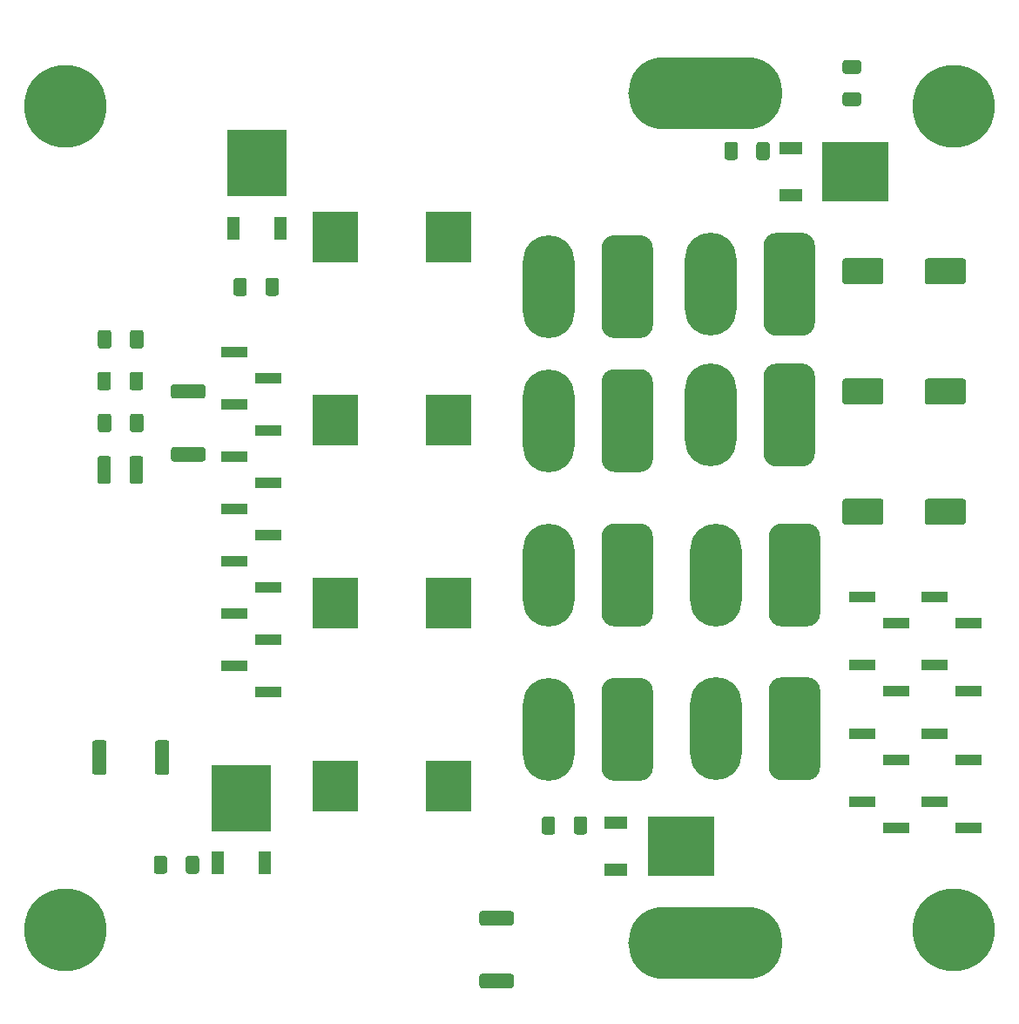
<source format=gbr>
%TF.GenerationSoftware,KiCad,Pcbnew,5.1.10*%
%TF.CreationDate,2021-09-10T11:18:34+02:00*%
%TF.ProjectId,PeltierSwitchingMainBoard,50656c74-6965-4725-9377-69746368696e,rev?*%
%TF.SameCoordinates,Original*%
%TF.FileFunction,Soldermask,Top*%
%TF.FilePolarity,Negative*%
%FSLAX46Y46*%
G04 Gerber Fmt 4.6, Leading zero omitted, Abs format (unit mm)*
G04 Created by KiCad (PCBNEW 5.1.10) date 2021-09-10 11:18:34*
%MOMM*%
%LPD*%
G01*
G04 APERTURE LIST*
%ADD10R,2.510000X1.000000*%
%ADD11C,8.000000*%
%ADD12C,4.400000*%
%ADD13R,6.400000X5.800000*%
%ADD14R,2.200000X1.200000*%
%ADD15R,5.800000X6.400000*%
%ADD16R,1.200000X2.200000*%
%ADD17R,4.500000X5.000000*%
%ADD18O,5.000000X10.000000*%
%ADD19O,15.000000X7.000000*%
G04 APERTURE END LIST*
D10*
%TO.C,J19*%
X247146000Y-117094000D03*
X243836000Y-114554000D03*
%TD*%
%TO.C,J18*%
X254131000Y-117094000D03*
X250821000Y-114554000D03*
%TD*%
%TO.C,J17*%
X254131000Y-110447666D03*
X250821000Y-107907666D03*
%TD*%
%TO.C,J16*%
X254131000Y-103801333D03*
X250821000Y-101261333D03*
%TD*%
%TO.C,J15*%
X247146000Y-110447666D03*
X243836000Y-107907666D03*
%TD*%
%TO.C,J14*%
X247146000Y-103801333D03*
X243836000Y-101261333D03*
%TD*%
%TO.C,J13*%
X254131000Y-97155000D03*
X250821000Y-94615000D03*
%TD*%
%TO.C,J12*%
X247146000Y-97155000D03*
X243836000Y-94615000D03*
%TD*%
%TO.C,C4*%
G36*
G01*
X249904000Y-63992000D02*
X249904000Y-61992000D01*
G75*
G02*
X250154000Y-61742000I250000J0D01*
G01*
X253654000Y-61742000D01*
G75*
G02*
X253904000Y-61992000I0J-250000D01*
G01*
X253904000Y-63992000D01*
G75*
G02*
X253654000Y-64242000I-250000J0D01*
G01*
X250154000Y-64242000D01*
G75*
G02*
X249904000Y-63992000I0J250000D01*
G01*
G37*
G36*
G01*
X241904000Y-63992000D02*
X241904000Y-61992000D01*
G75*
G02*
X242154000Y-61742000I250000J0D01*
G01*
X245654000Y-61742000D01*
G75*
G02*
X245904000Y-61992000I0J-250000D01*
G01*
X245904000Y-63992000D01*
G75*
G02*
X245654000Y-64242000I-250000J0D01*
G01*
X242154000Y-64242000D01*
G75*
G02*
X241904000Y-63992000I0J250000D01*
G01*
G37*
%TD*%
%TO.C,C5*%
G36*
G01*
X249904000Y-75676000D02*
X249904000Y-73676000D01*
G75*
G02*
X250154000Y-73426000I250000J0D01*
G01*
X253654000Y-73426000D01*
G75*
G02*
X253904000Y-73676000I0J-250000D01*
G01*
X253904000Y-75676000D01*
G75*
G02*
X253654000Y-75926000I-250000J0D01*
G01*
X250154000Y-75926000D01*
G75*
G02*
X249904000Y-75676000I0J250000D01*
G01*
G37*
G36*
G01*
X241904000Y-75676000D02*
X241904000Y-73676000D01*
G75*
G02*
X242154000Y-73426000I250000J0D01*
G01*
X245654000Y-73426000D01*
G75*
G02*
X245904000Y-73676000I0J-250000D01*
G01*
X245904000Y-75676000D01*
G75*
G02*
X245654000Y-75926000I-250000J0D01*
G01*
X242154000Y-75926000D01*
G75*
G02*
X241904000Y-75676000I0J250000D01*
G01*
G37*
%TD*%
%TO.C,C3*%
G36*
G01*
X249904000Y-87360000D02*
X249904000Y-85360000D01*
G75*
G02*
X250154000Y-85110000I250000J0D01*
G01*
X253654000Y-85110000D01*
G75*
G02*
X253904000Y-85360000I0J-250000D01*
G01*
X253904000Y-87360000D01*
G75*
G02*
X253654000Y-87610000I-250000J0D01*
G01*
X250154000Y-87610000D01*
G75*
G02*
X249904000Y-87360000I0J250000D01*
G01*
G37*
G36*
G01*
X241904000Y-87360000D02*
X241904000Y-85360000D01*
G75*
G02*
X242154000Y-85110000I250000J0D01*
G01*
X245654000Y-85110000D01*
G75*
G02*
X245904000Y-85360000I0J-250000D01*
G01*
X245904000Y-87360000D01*
G75*
G02*
X245654000Y-87610000I-250000J0D01*
G01*
X242154000Y-87610000D01*
G75*
G02*
X241904000Y-87360000I0J250000D01*
G01*
G37*
%TD*%
%TO.C,R2*%
G36*
G01*
X175070000Y-111661001D02*
X175070000Y-108810999D01*
G75*
G02*
X175319999Y-108561000I249999J0D01*
G01*
X176220001Y-108561000D01*
G75*
G02*
X176470000Y-108810999I0J-249999D01*
G01*
X176470000Y-111661001D01*
G75*
G02*
X176220001Y-111911000I-249999J0D01*
G01*
X175319999Y-111911000D01*
G75*
G02*
X175070000Y-111661001I0J249999D01*
G01*
G37*
G36*
G01*
X168970000Y-111661001D02*
X168970000Y-108810999D01*
G75*
G02*
X169219999Y-108561000I249999J0D01*
G01*
X170120001Y-108561000D01*
G75*
G02*
X170370000Y-108810999I0J-249999D01*
G01*
X170370000Y-111661001D01*
G75*
G02*
X170120001Y-111911000I-249999J0D01*
G01*
X169219999Y-111911000D01*
G75*
G02*
X168970000Y-111661001I0J249999D01*
G01*
G37*
%TD*%
%TO.C,R1*%
G36*
G01*
X179733001Y-75374000D02*
X176882999Y-75374000D01*
G75*
G02*
X176633000Y-75124001I0J249999D01*
G01*
X176633000Y-74223999D01*
G75*
G02*
X176882999Y-73974000I249999J0D01*
G01*
X179733001Y-73974000D01*
G75*
G02*
X179983000Y-74223999I0J-249999D01*
G01*
X179983000Y-75124001D01*
G75*
G02*
X179733001Y-75374000I-249999J0D01*
G01*
G37*
G36*
G01*
X179733001Y-81474000D02*
X176882999Y-81474000D01*
G75*
G02*
X176633000Y-81224001I0J249999D01*
G01*
X176633000Y-80323999D01*
G75*
G02*
X176882999Y-80074000I249999J0D01*
G01*
X179733001Y-80074000D01*
G75*
G02*
X179983000Y-80323999I0J-249999D01*
G01*
X179983000Y-81224001D01*
G75*
G02*
X179733001Y-81474000I-249999J0D01*
G01*
G37*
%TD*%
%TO.C,C11*%
G36*
G01*
X170804000Y-73009998D02*
X170804000Y-74310002D01*
G75*
G02*
X170554002Y-74560000I-249998J0D01*
G01*
X169728998Y-74560000D01*
G75*
G02*
X169479000Y-74310002I0J249998D01*
G01*
X169479000Y-73009998D01*
G75*
G02*
X169728998Y-72760000I249998J0D01*
G01*
X170554002Y-72760000D01*
G75*
G02*
X170804000Y-73009998I0J-249998D01*
G01*
G37*
G36*
G01*
X173929000Y-73009998D02*
X173929000Y-74310002D01*
G75*
G02*
X173679002Y-74560000I-249998J0D01*
G01*
X172853998Y-74560000D01*
G75*
G02*
X172604000Y-74310002I0J249998D01*
G01*
X172604000Y-73009998D01*
G75*
G02*
X172853998Y-72760000I249998J0D01*
G01*
X173679002Y-72760000D01*
G75*
G02*
X173929000Y-73009998I0J-249998D01*
G01*
G37*
%TD*%
%TO.C,C10*%
G36*
G01*
X170804000Y-81195998D02*
X170804000Y-83396002D01*
G75*
G02*
X170554002Y-83646000I-249998J0D01*
G01*
X169728998Y-83646000D01*
G75*
G02*
X169479000Y-83396002I0J249998D01*
G01*
X169479000Y-81195998D01*
G75*
G02*
X169728998Y-80946000I249998J0D01*
G01*
X170554002Y-80946000D01*
G75*
G02*
X170804000Y-81195998I0J-249998D01*
G01*
G37*
G36*
G01*
X173929000Y-81195998D02*
X173929000Y-83396002D01*
G75*
G02*
X173679002Y-83646000I-249998J0D01*
G01*
X172853998Y-83646000D01*
G75*
G02*
X172604000Y-83396002I0J249998D01*
G01*
X172604000Y-81195998D01*
G75*
G02*
X172853998Y-80946000I249998J0D01*
G01*
X173679002Y-80946000D01*
G75*
G02*
X173929000Y-81195998I0J-249998D01*
G01*
G37*
%TD*%
%TO.C,C9*%
G36*
G01*
X170842500Y-77073998D02*
X170842500Y-78374002D01*
G75*
G02*
X170592502Y-78624000I-249998J0D01*
G01*
X169767498Y-78624000D01*
G75*
G02*
X169517500Y-78374002I0J249998D01*
G01*
X169517500Y-77073998D01*
G75*
G02*
X169767498Y-76824000I249998J0D01*
G01*
X170592502Y-76824000D01*
G75*
G02*
X170842500Y-77073998I0J-249998D01*
G01*
G37*
G36*
G01*
X173967500Y-77073998D02*
X173967500Y-78374002D01*
G75*
G02*
X173717502Y-78624000I-249998J0D01*
G01*
X172892498Y-78624000D01*
G75*
G02*
X172642500Y-78374002I0J249998D01*
G01*
X172642500Y-77073998D01*
G75*
G02*
X172892498Y-76824000I249998J0D01*
G01*
X173717502Y-76824000D01*
G75*
G02*
X173967500Y-77073998I0J-249998D01*
G01*
G37*
%TD*%
%TO.C,C1*%
G36*
G01*
X170842500Y-68945998D02*
X170842500Y-70246002D01*
G75*
G02*
X170592502Y-70496000I-249998J0D01*
G01*
X169767498Y-70496000D01*
G75*
G02*
X169517500Y-70246002I0J249998D01*
G01*
X169517500Y-68945998D01*
G75*
G02*
X169767498Y-68696000I249998J0D01*
G01*
X170592502Y-68696000D01*
G75*
G02*
X170842500Y-68945998I0J-249998D01*
G01*
G37*
G36*
G01*
X173967500Y-68945998D02*
X173967500Y-70246002D01*
G75*
G02*
X173717502Y-70496000I-249998J0D01*
G01*
X172892498Y-70496000D01*
G75*
G02*
X172642500Y-70246002I0J249998D01*
G01*
X172642500Y-68945998D01*
G75*
G02*
X172892498Y-68696000I249998J0D01*
G01*
X173717502Y-68696000D01*
G75*
G02*
X173967500Y-68945998I0J-249998D01*
G01*
G37*
%TD*%
%TO.C,J3*%
X186059000Y-103886000D03*
X186059000Y-98806000D03*
X186059000Y-93726000D03*
X186059000Y-88646000D03*
X186059000Y-83566000D03*
X186059000Y-78486000D03*
X186059000Y-73406000D03*
X182749000Y-101346000D03*
X182749000Y-96266000D03*
X182749000Y-91186000D03*
X182749000Y-86106000D03*
X182749000Y-81026000D03*
X182749000Y-75946000D03*
X182749000Y-70866000D03*
%TD*%
D11*
%TO.C,H3*%
X252730000Y-46990000D03*
D12*
X252730000Y-46990000D03*
%TD*%
D11*
%TO.C,H4*%
X166370000Y-46990000D03*
D12*
X166370000Y-46990000D03*
%TD*%
D11*
%TO.C,H2*%
X166370000Y-127000000D03*
D12*
X166370000Y-127000000D03*
%TD*%
D11*
%TO.C,H1*%
X252730000Y-127000000D03*
D12*
X252730000Y-127000000D03*
%TD*%
D13*
%TO.C,U5*%
X226211000Y-118871000D03*
D14*
X219911000Y-121151000D03*
X219911000Y-116591000D03*
%TD*%
D13*
%TO.C,U4*%
X243181000Y-53341000D03*
D14*
X236881000Y-55621000D03*
X236881000Y-51061000D03*
%TD*%
D15*
%TO.C,U3*%
X183475000Y-114175000D03*
D16*
X185755000Y-120475000D03*
X181195000Y-120475000D03*
%TD*%
D15*
%TO.C,U2*%
X185000000Y-52500000D03*
D16*
X187280000Y-58800000D03*
X182720000Y-58800000D03*
%TD*%
%TO.C,R11*%
G36*
G01*
X213984000Y-116214999D02*
X213984000Y-117465001D01*
G75*
G02*
X213734001Y-117715000I-249999J0D01*
G01*
X212933999Y-117715000D01*
G75*
G02*
X212684000Y-117465001I0J249999D01*
G01*
X212684000Y-116214999D01*
G75*
G02*
X212933999Y-115965000I249999J0D01*
G01*
X213734001Y-115965000D01*
G75*
G02*
X213984000Y-116214999I0J-249999D01*
G01*
G37*
G36*
G01*
X217084000Y-116214999D02*
X217084000Y-117465001D01*
G75*
G02*
X216834001Y-117715000I-249999J0D01*
G01*
X216033999Y-117715000D01*
G75*
G02*
X215784000Y-117465001I0J249999D01*
G01*
X215784000Y-116214999D01*
G75*
G02*
X216033999Y-115965000I249999J0D01*
G01*
X216834001Y-115965000D01*
G75*
G02*
X217084000Y-116214999I0J-249999D01*
G01*
G37*
%TD*%
%TO.C,R10*%
G36*
G01*
X231738000Y-50682999D02*
X231738000Y-51933001D01*
G75*
G02*
X231488001Y-52183000I-249999J0D01*
G01*
X230687999Y-52183000D01*
G75*
G02*
X230438000Y-51933001I0J249999D01*
G01*
X230438000Y-50682999D01*
G75*
G02*
X230687999Y-50433000I249999J0D01*
G01*
X231488001Y-50433000D01*
G75*
G02*
X231738000Y-50682999I0J-249999D01*
G01*
G37*
G36*
G01*
X234838000Y-50682999D02*
X234838000Y-51933001D01*
G75*
G02*
X234588001Y-52183000I-249999J0D01*
G01*
X233787999Y-52183000D01*
G75*
G02*
X233538000Y-51933001I0J249999D01*
G01*
X233538000Y-50682999D01*
G75*
G02*
X233787999Y-50433000I249999J0D01*
G01*
X234588001Y-50433000D01*
G75*
G02*
X234838000Y-50682999I0J-249999D01*
G01*
G37*
%TD*%
%TO.C,R9*%
G36*
G01*
X206854999Y-131255000D02*
X209705001Y-131255000D01*
G75*
G02*
X209955000Y-131504999I0J-249999D01*
G01*
X209955000Y-132405001D01*
G75*
G02*
X209705001Y-132655000I-249999J0D01*
G01*
X206854999Y-132655000D01*
G75*
G02*
X206605000Y-132405001I0J249999D01*
G01*
X206605000Y-131504999D01*
G75*
G02*
X206854999Y-131255000I249999J0D01*
G01*
G37*
G36*
G01*
X206854999Y-125155000D02*
X209705001Y-125155000D01*
G75*
G02*
X209955000Y-125404999I0J-249999D01*
G01*
X209955000Y-126305001D01*
G75*
G02*
X209705001Y-126555000I-249999J0D01*
G01*
X206854999Y-126555000D01*
G75*
G02*
X206605000Y-126305001I0J249999D01*
G01*
X206605000Y-125404999D01*
G75*
G02*
X206854999Y-125155000I249999J0D01*
G01*
G37*
%TD*%
%TO.C,R8*%
G36*
G01*
X176265000Y-120024999D02*
X176265000Y-121275001D01*
G75*
G02*
X176015001Y-121525000I-249999J0D01*
G01*
X175214999Y-121525000D01*
G75*
G02*
X174965000Y-121275001I0J249999D01*
G01*
X174965000Y-120024999D01*
G75*
G02*
X175214999Y-119775000I249999J0D01*
G01*
X176015001Y-119775000D01*
G75*
G02*
X176265000Y-120024999I0J-249999D01*
G01*
G37*
G36*
G01*
X179365000Y-120024999D02*
X179365000Y-121275001D01*
G75*
G02*
X179115001Y-121525000I-249999J0D01*
G01*
X178314999Y-121525000D01*
G75*
G02*
X178065000Y-121275001I0J249999D01*
G01*
X178065000Y-120024999D01*
G75*
G02*
X178314999Y-119775000I249999J0D01*
G01*
X179115001Y-119775000D01*
G75*
G02*
X179365000Y-120024999I0J-249999D01*
G01*
G37*
%TD*%
%TO.C,R7*%
G36*
G01*
X185812000Y-65141001D02*
X185812000Y-63890999D01*
G75*
G02*
X186061999Y-63641000I249999J0D01*
G01*
X186862001Y-63641000D01*
G75*
G02*
X187112000Y-63890999I0J-249999D01*
G01*
X187112000Y-65141001D01*
G75*
G02*
X186862001Y-65391000I-249999J0D01*
G01*
X186061999Y-65391000D01*
G75*
G02*
X185812000Y-65141001I0J249999D01*
G01*
G37*
G36*
G01*
X182712000Y-65141001D02*
X182712000Y-63890999D01*
G75*
G02*
X182961999Y-63641000I249999J0D01*
G01*
X183762001Y-63641000D01*
G75*
G02*
X184012000Y-63890999I0J-249999D01*
G01*
X184012000Y-65141001D01*
G75*
G02*
X183762001Y-65391000I-249999J0D01*
G01*
X182961999Y-65391000D01*
G75*
G02*
X182712000Y-65141001I0J249999D01*
G01*
G37*
%TD*%
D17*
%TO.C,L4*%
X203620000Y-77470000D03*
X192620000Y-77470000D03*
%TD*%
%TO.C,L3*%
X203620000Y-95250000D03*
X192620000Y-95250000D03*
%TD*%
%TO.C,L2*%
X203620000Y-113030000D03*
X192620000Y-113030000D03*
%TD*%
%TO.C,L1*%
X203620000Y-59690000D03*
X192620000Y-59690000D03*
%TD*%
%TO.C,J11*%
G36*
G01*
X234736000Y-96250000D02*
X234736000Y-88750000D01*
G75*
G02*
X235986000Y-87500000I1250000J0D01*
G01*
X238486000Y-87500000D01*
G75*
G02*
X239736000Y-88750000I0J-1250000D01*
G01*
X239736000Y-96250000D01*
G75*
G02*
X238486000Y-97500000I-1250000J0D01*
G01*
X235986000Y-97500000D01*
G75*
G02*
X234736000Y-96250000I0J1250000D01*
G01*
G37*
D18*
X229616000Y-92500000D03*
%TD*%
%TO.C,J10*%
G36*
G01*
X234228000Y-68012000D02*
X234228000Y-60512000D01*
G75*
G02*
X235478000Y-59262000I1250000J0D01*
G01*
X237978000Y-59262000D01*
G75*
G02*
X239228000Y-60512000I0J-1250000D01*
G01*
X239228000Y-68012000D01*
G75*
G02*
X237978000Y-69262000I-1250000J0D01*
G01*
X235478000Y-69262000D01*
G75*
G02*
X234228000Y-68012000I0J1250000D01*
G01*
G37*
X229108000Y-64262000D03*
%TD*%
%TO.C,J9*%
G36*
G01*
X218480000Y-68240000D02*
X218480000Y-60740000D01*
G75*
G02*
X219730000Y-59490000I1250000J0D01*
G01*
X222230000Y-59490000D01*
G75*
G02*
X223480000Y-60740000I0J-1250000D01*
G01*
X223480000Y-68240000D01*
G75*
G02*
X222230000Y-69490000I-1250000J0D01*
G01*
X219730000Y-69490000D01*
G75*
G02*
X218480000Y-68240000I0J1250000D01*
G01*
G37*
X213360000Y-64490000D03*
%TD*%
%TO.C,J8*%
G36*
G01*
X218480000Y-96250000D02*
X218480000Y-88750000D01*
G75*
G02*
X219730000Y-87500000I1250000J0D01*
G01*
X222230000Y-87500000D01*
G75*
G02*
X223480000Y-88750000I0J-1250000D01*
G01*
X223480000Y-96250000D01*
G75*
G02*
X222230000Y-97500000I-1250000J0D01*
G01*
X219730000Y-97500000D01*
G75*
G02*
X218480000Y-96250000I0J1250000D01*
G01*
G37*
X213360000Y-92500000D03*
%TD*%
%TO.C,J7*%
G36*
G01*
X234228000Y-80712000D02*
X234228000Y-73212000D01*
G75*
G02*
X235478000Y-71962000I1250000J0D01*
G01*
X237978000Y-71962000D01*
G75*
G02*
X239228000Y-73212000I0J-1250000D01*
G01*
X239228000Y-80712000D01*
G75*
G02*
X237978000Y-81962000I-1250000J0D01*
G01*
X235478000Y-81962000D01*
G75*
G02*
X234228000Y-80712000I0J1250000D01*
G01*
G37*
X229108000Y-76962000D03*
%TD*%
%TO.C,J6*%
G36*
G01*
X218480000Y-81250000D02*
X218480000Y-73750000D01*
G75*
G02*
X219730000Y-72500000I1250000J0D01*
G01*
X222230000Y-72500000D01*
G75*
G02*
X223480000Y-73750000I0J-1250000D01*
G01*
X223480000Y-81250000D01*
G75*
G02*
X222230000Y-82500000I-1250000J0D01*
G01*
X219730000Y-82500000D01*
G75*
G02*
X218480000Y-81250000I0J1250000D01*
G01*
G37*
X213360000Y-77500000D03*
%TD*%
%TO.C,J5*%
G36*
G01*
X234736000Y-111192000D02*
X234736000Y-103692000D01*
G75*
G02*
X235986000Y-102442000I1250000J0D01*
G01*
X238486000Y-102442000D01*
G75*
G02*
X239736000Y-103692000I0J-1250000D01*
G01*
X239736000Y-111192000D01*
G75*
G02*
X238486000Y-112442000I-1250000J0D01*
G01*
X235986000Y-112442000D01*
G75*
G02*
X234736000Y-111192000I0J1250000D01*
G01*
G37*
X229616000Y-107442000D03*
%TD*%
%TO.C,J4*%
G36*
G01*
X218480000Y-111250000D02*
X218480000Y-103750000D01*
G75*
G02*
X219730000Y-102500000I1250000J0D01*
G01*
X222230000Y-102500000D01*
G75*
G02*
X223480000Y-103750000I0J-1250000D01*
G01*
X223480000Y-111250000D01*
G75*
G02*
X222230000Y-112500000I-1250000J0D01*
G01*
X219730000Y-112500000D01*
G75*
G02*
X218480000Y-111250000I0J1250000D01*
G01*
G37*
X213360000Y-107500000D03*
%TD*%
D19*
%TO.C,J2*%
X228600000Y-128270000D03*
%TD*%
%TO.C,J1*%
X228600000Y-45720000D03*
%TD*%
%TO.C,C2*%
G36*
G01*
X243474002Y-43804000D02*
X242173998Y-43804000D01*
G75*
G02*
X241924000Y-43554002I0J249998D01*
G01*
X241924000Y-42728998D01*
G75*
G02*
X242173998Y-42479000I249998J0D01*
G01*
X243474002Y-42479000D01*
G75*
G02*
X243724000Y-42728998I0J-249998D01*
G01*
X243724000Y-43554002D01*
G75*
G02*
X243474002Y-43804000I-249998J0D01*
G01*
G37*
G36*
G01*
X243474002Y-46929000D02*
X242173998Y-46929000D01*
G75*
G02*
X241924000Y-46679002I0J249998D01*
G01*
X241924000Y-45853998D01*
G75*
G02*
X242173998Y-45604000I249998J0D01*
G01*
X243474002Y-45604000D01*
G75*
G02*
X243724000Y-45853998I0J-249998D01*
G01*
X243724000Y-46679002D01*
G75*
G02*
X243474002Y-46929000I-249998J0D01*
G01*
G37*
%TD*%
M02*

</source>
